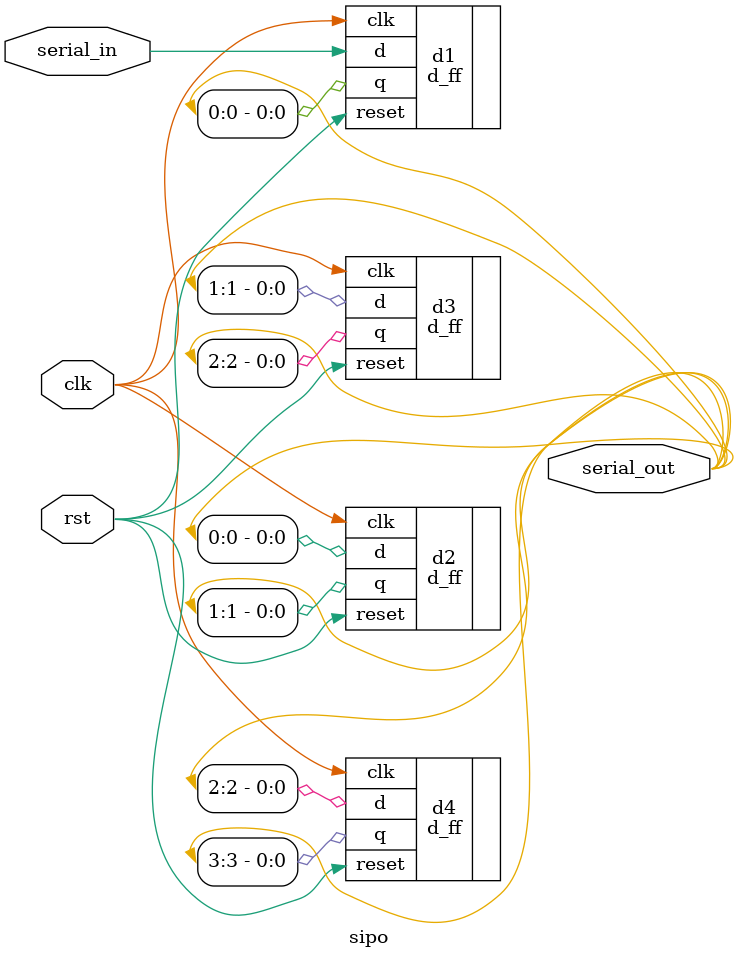
<source format=v>
module sipo(
input serial_in,
input rst,clk,
output  [3:0]serial_out
);
//internal_register
d_ff d1(.d(serial_in),.clk(clk),.reset(rst),.q(serial_out[0]));
d_ff d2(.d(serial_out[0]),.clk(clk),.reset(rst),.q(serial_out[1]));
d_ff d3(.d(serial_out[1]),.clk(clk),.reset(rst),.q(serial_out[2]));
d_ff d4(.d(serial_out[2]),.clk(clk),.reset(rst),.q(serial_out[3]));

endmodule

</source>
